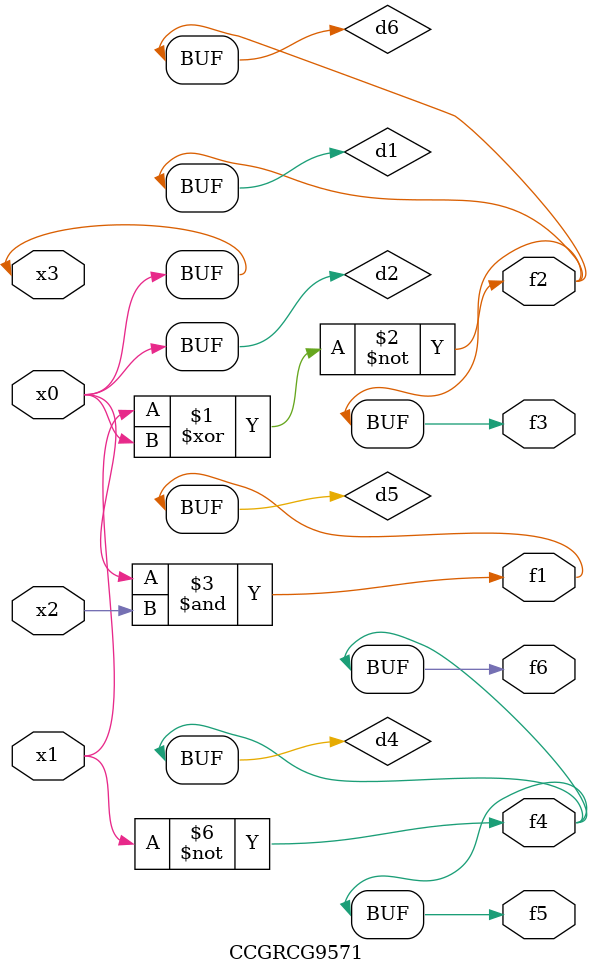
<source format=v>
module CCGRCG9571(
	input x0, x1, x2, x3,
	output f1, f2, f3, f4, f5, f6
);

	wire d1, d2, d3, d4, d5, d6;

	xnor (d1, x1, x3);
	buf (d2, x0, x3);
	nand (d3, x0, x2);
	not (d4, x1);
	nand (d5, d3);
	or (d6, d1);
	assign f1 = d5;
	assign f2 = d6;
	assign f3 = d6;
	assign f4 = d4;
	assign f5 = d4;
	assign f6 = d4;
endmodule

</source>
